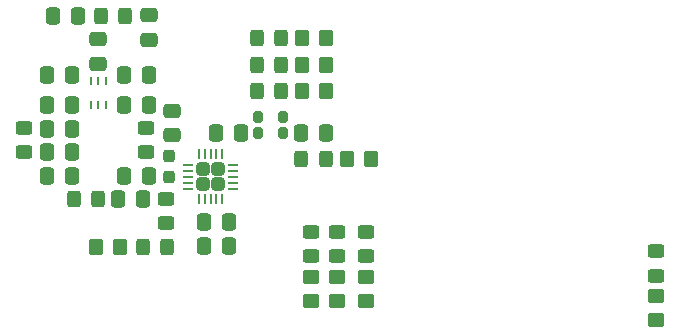
<source format=gbr>
%TF.GenerationSoftware,KiCad,Pcbnew,8.0.2-1*%
%TF.CreationDate,2024-12-19T12:34:36-05:00*%
%TF.ProjectId,low_power_module,6c6f775f-706f-4776-9572-5f6d6f64756c,rev?*%
%TF.SameCoordinates,Original*%
%TF.FileFunction,Paste,Top*%
%TF.FilePolarity,Positive*%
%FSLAX46Y46*%
G04 Gerber Fmt 4.6, Leading zero omitted, Abs format (unit mm)*
G04 Created by KiCad (PCBNEW 8.0.2-1) date 2024-12-19 12:34:36*
%MOMM*%
%LPD*%
G01*
G04 APERTURE LIST*
G04 Aperture macros list*
%AMRoundRect*
0 Rectangle with rounded corners*
0 $1 Rounding radius*
0 $2 $3 $4 $5 $6 $7 $8 $9 X,Y pos of 4 corners*
0 Add a 4 corners polygon primitive as box body*
4,1,4,$2,$3,$4,$5,$6,$7,$8,$9,$2,$3,0*
0 Add four circle primitives for the rounded corners*
1,1,$1+$1,$2,$3*
1,1,$1+$1,$4,$5*
1,1,$1+$1,$6,$7*
1,1,$1+$1,$8,$9*
0 Add four rect primitives between the rounded corners*
20,1,$1+$1,$2,$3,$4,$5,0*
20,1,$1+$1,$4,$5,$6,$7,0*
20,1,$1+$1,$6,$7,$8,$9,0*
20,1,$1+$1,$8,$9,$2,$3,0*%
G04 Aperture macros list end*
%ADD10RoundRect,0.250000X0.337500X0.475000X-0.337500X0.475000X-0.337500X-0.475000X0.337500X-0.475000X0*%
%ADD11RoundRect,0.062500X0.062500X-0.262500X0.062500X0.262500X-0.062500X0.262500X-0.062500X-0.262500X0*%
%ADD12RoundRect,0.250000X0.450000X-0.325000X0.450000X0.325000X-0.450000X0.325000X-0.450000X-0.325000X0*%
%ADD13RoundRect,0.250000X-0.350000X-0.450000X0.350000X-0.450000X0.350000X0.450000X-0.350000X0.450000X0*%
%ADD14RoundRect,0.250000X-0.325000X-0.450000X0.325000X-0.450000X0.325000X0.450000X-0.325000X0.450000X0*%
%ADD15RoundRect,0.250000X-0.337500X-0.475000X0.337500X-0.475000X0.337500X0.475000X-0.337500X0.475000X0*%
%ADD16RoundRect,0.250000X-0.315000X-0.315000X0.315000X-0.315000X0.315000X0.315000X-0.315000X0.315000X0*%
%ADD17RoundRect,0.062500X-0.362500X-0.062500X0.362500X-0.062500X0.362500X0.062500X-0.362500X0.062500X0*%
%ADD18RoundRect,0.062500X-0.062500X-0.362500X0.062500X-0.362500X0.062500X0.362500X-0.062500X0.362500X0*%
%ADD19RoundRect,0.250000X0.325000X0.450000X-0.325000X0.450000X-0.325000X-0.450000X0.325000X-0.450000X0*%
%ADD20RoundRect,0.250000X-0.450000X0.350000X-0.450000X-0.350000X0.450000X-0.350000X0.450000X0.350000X0*%
%ADD21RoundRect,0.250000X-0.475000X0.337500X-0.475000X-0.337500X0.475000X-0.337500X0.475000X0.337500X0*%
%ADD22RoundRect,0.250000X-0.450000X0.325000X-0.450000X-0.325000X0.450000X-0.325000X0.450000X0.325000X0*%
%ADD23RoundRect,0.250000X0.475000X-0.337500X0.475000X0.337500X-0.475000X0.337500X-0.475000X-0.337500X0*%
%ADD24RoundRect,0.237500X0.237500X-0.287500X0.237500X0.287500X-0.237500X0.287500X-0.237500X-0.287500X0*%
%ADD25RoundRect,0.200000X0.200000X0.300000X-0.200000X0.300000X-0.200000X-0.300000X0.200000X-0.300000X0*%
%ADD26RoundRect,0.250000X0.350000X0.450000X-0.350000X0.450000X-0.350000X-0.450000X0.350000X-0.450000X0*%
G04 APERTURE END LIST*
D10*
%TO.C,CM2*%
X115700000Y-71250000D03*
X113625000Y-71250000D03*
%TD*%
D11*
%TO.C,RFS1*%
X116800000Y-78750000D03*
X117450000Y-78750000D03*
X118100000Y-78750000D03*
X118100000Y-76750000D03*
X117450000Y-76750000D03*
X116800000Y-76750000D03*
%TD*%
D10*
%TO.C,CB2*%
X121700000Y-78750000D03*
X119625000Y-78750000D03*
%TD*%
D12*
%TO.C,LM1*%
X111200000Y-82750000D03*
X111200000Y-80700000D03*
%TD*%
D13*
%TO.C,R8*%
X134700000Y-77550000D03*
X136700000Y-77550000D03*
%TD*%
D14*
%TO.C,CS1*%
X134650000Y-83350000D03*
X136700000Y-83350000D03*
%TD*%
D13*
%TO.C,R3*%
X138500000Y-83350000D03*
X140500000Y-83350000D03*
%TD*%
D15*
%TO.C,CM4*%
X113125000Y-84750000D03*
X115200000Y-84750000D03*
%TD*%
D16*
%TO.C,U1*%
X126300000Y-84175000D03*
X126300000Y-85475000D03*
X127600000Y-84175000D03*
X127600000Y-85475000D03*
D17*
X125025000Y-83825000D03*
X125025000Y-84325000D03*
X125025000Y-84825000D03*
X125025000Y-85325000D03*
X125025000Y-85825000D03*
D18*
X125950000Y-86750000D03*
X126450000Y-86750000D03*
X126950000Y-86750000D03*
X127450000Y-86750000D03*
X127950000Y-86750000D03*
D17*
X128875000Y-85825000D03*
X128875000Y-85325000D03*
X128875000Y-84825000D03*
X128875000Y-84325000D03*
X128875000Y-83825000D03*
D18*
X127950000Y-82900000D03*
X127450000Y-82900000D03*
X126950000Y-82900000D03*
X126450000Y-82900000D03*
X125950000Y-82900000D03*
%TD*%
D19*
%TO.C,VCC1*%
X123300000Y-90750000D03*
X121250000Y-90750000D03*
%TD*%
D20*
%TO.C,R7*%
X135500000Y-93350000D03*
X135500000Y-95350000D03*
%TD*%
%TO.C,R9*%
X164700000Y-94950000D03*
X164700000Y-96950000D03*
%TD*%
D10*
%TO.C,CD1*%
X128500000Y-88650000D03*
X126425000Y-88650000D03*
%TD*%
D14*
%TO.C,GPIO3*%
X130850000Y-77550000D03*
X132900000Y-77550000D03*
%TD*%
D10*
%TO.C,CD0*%
X128500000Y-90650000D03*
X126425000Y-90650000D03*
%TD*%
D20*
%TO.C,R4*%
X140100000Y-93350000D03*
X140100000Y-95350000D03*
%TD*%
%TO.C,R2*%
X137700000Y-93350000D03*
X137700000Y-95350000D03*
%TD*%
D13*
%TO.C,R5*%
X134700000Y-73050000D03*
X136700000Y-73050000D03*
%TD*%
D15*
%TO.C,CB0*%
X127425000Y-81150000D03*
X129500000Y-81150000D03*
%TD*%
D14*
%TO.C,GPIO2*%
X130850000Y-75350000D03*
X132900000Y-75350000D03*
%TD*%
D12*
%TO.C,LR2*%
X121450000Y-82750000D03*
X121450000Y-80700000D03*
%TD*%
D14*
%TO.C,SDN1*%
X130850000Y-73050000D03*
X132900000Y-73050000D03*
%TD*%
D21*
%TO.C,CM3*%
X121700000Y-71175000D03*
X121700000Y-73250000D03*
%TD*%
D22*
%TO.C,GPIO0*%
X135500000Y-89500000D03*
X135500000Y-91550000D03*
%TD*%
D15*
%TO.C,CD2*%
X134625000Y-81150000D03*
X136700000Y-81150000D03*
%TD*%
D12*
%TO.C,LChoke1*%
X123200000Y-88750000D03*
X123200000Y-86700000D03*
%TD*%
D23*
%TO.C,CB3*%
X117450000Y-75250000D03*
X117450000Y-73175000D03*
%TD*%
D10*
%TO.C,C0*%
X121200000Y-86750000D03*
X119125000Y-86750000D03*
%TD*%
D13*
%TO.C,R1*%
X134700000Y-75350000D03*
X136700000Y-75350000D03*
%TD*%
D15*
%TO.C,C8*%
X113125000Y-76250000D03*
X115200000Y-76250000D03*
%TD*%
D24*
%TO.C,LR1*%
X123450000Y-84850000D03*
X123450000Y-83100000D03*
%TD*%
D23*
%TO.C,CR2*%
X123700000Y-81325000D03*
X123700000Y-79250000D03*
%TD*%
D14*
%TO.C,LM3*%
X117650000Y-71250000D03*
X119700000Y-71250000D03*
%TD*%
D25*
%TO.C,TCXO2*%
X133100000Y-79750000D03*
X131000000Y-79750000D03*
X131000000Y-81150000D03*
X133100000Y-81150000D03*
%TD*%
D26*
%TO.C,R6*%
X119275000Y-90750000D03*
X117275000Y-90750000D03*
%TD*%
D19*
%TO.C,L0*%
X117450000Y-86750000D03*
X115400000Y-86750000D03*
%TD*%
D15*
%TO.C,C9*%
X119625000Y-76250000D03*
X121700000Y-76250000D03*
%TD*%
%TO.C,CR1*%
X119625000Y-84750000D03*
X121700000Y-84750000D03*
%TD*%
%TO.C,CM5*%
X113125000Y-80750000D03*
X115200000Y-80750000D03*
%TD*%
%TO.C,CM1*%
X113125000Y-82750000D03*
X115200000Y-82750000D03*
%TD*%
D22*
%TO.C,STAT1*%
X164700000Y-91150000D03*
X164700000Y-93200000D03*
%TD*%
%TO.C,GPIO1*%
X137700000Y-89500000D03*
X137700000Y-91550000D03*
%TD*%
D10*
%TO.C,CB1*%
X115200000Y-78750000D03*
X113125000Y-78750000D03*
%TD*%
D22*
%TO.C,IRQ1*%
X140100000Y-89500000D03*
X140100000Y-91550000D03*
%TD*%
M02*

</source>
